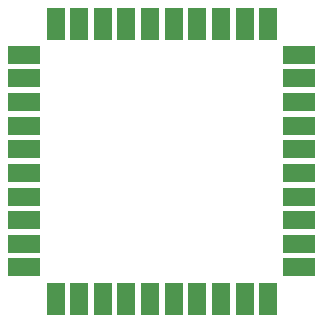
<source format=gtp>
%TF.GenerationSoftware,KiCad,Pcbnew,(6.0.5)*%
%TF.CreationDate,2022-06-03T16:12:07-04:00*%
%TF.ProjectId,Rabid,52616269-642e-46b6-9963-61645f706362,rev?*%
%TF.SameCoordinates,Original*%
%TF.FileFunction,Paste,Top*%
%TF.FilePolarity,Positive*%
%FSLAX46Y46*%
G04 Gerber Fmt 4.6, Leading zero omitted, Abs format (unit mm)*
G04 Created by KiCad (PCBNEW (6.0.5)) date 2022-06-03 16:12:07*
%MOMM*%
%LPD*%
G01*
G04 APERTURE LIST*
%ADD10R,2.800000X1.500000*%
%ADD11R,1.500000X2.800000*%
G04 APERTURE END LIST*
D10*
%TO.C,U1*%
X320455000Y-153560000D03*
X320455000Y-155560000D03*
X320455000Y-157560000D03*
X320455000Y-159560000D03*
X320455000Y-161560000D03*
X320455000Y-163560000D03*
X320455000Y-165560000D03*
X320455000Y-167560000D03*
X320455000Y-169560000D03*
X320455000Y-171560000D03*
D11*
X323105000Y-174210000D03*
X325105000Y-174210000D03*
X327105000Y-174210000D03*
X329105000Y-174210000D03*
X331105000Y-174210000D03*
X333105000Y-174210000D03*
X335105000Y-174210000D03*
X337105000Y-174210000D03*
X339105000Y-174210000D03*
X341105000Y-174210000D03*
D10*
X343755000Y-171560000D03*
X343755000Y-169560000D03*
X343755000Y-167560000D03*
X343755000Y-165560000D03*
X343755000Y-163560000D03*
X343755000Y-161560000D03*
X343755000Y-159560000D03*
X343755000Y-157560000D03*
X343755000Y-155560000D03*
X343755000Y-153560000D03*
D11*
X341105000Y-150910000D03*
X339105000Y-150910000D03*
X337105000Y-150910000D03*
X335105000Y-150910000D03*
X333105000Y-150910000D03*
X331105000Y-150910000D03*
X329105000Y-150910000D03*
X327105000Y-150910000D03*
X325105000Y-150910000D03*
X323105000Y-150910000D03*
%TD*%
M02*

</source>
